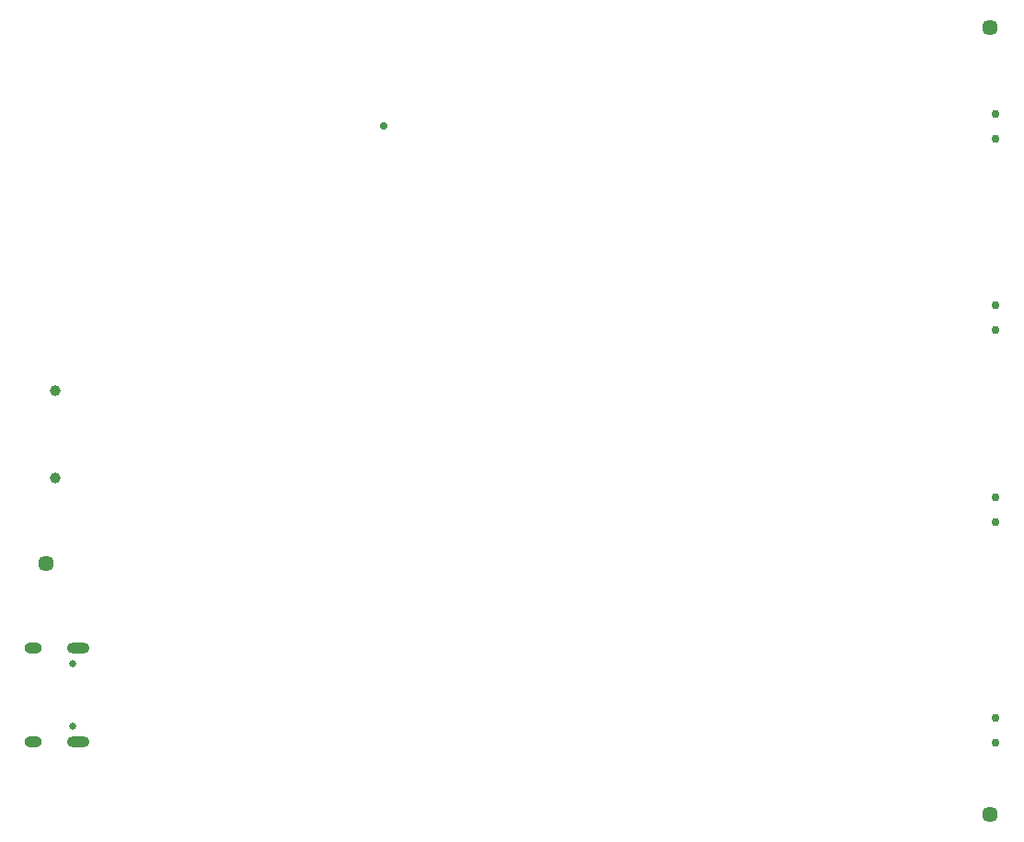
<source format=gts>
G04 #@! TF.GenerationSoftware,KiCad,Pcbnew,(6.0.2)*
G04 #@! TF.CreationDate,2022-07-18T21:19:01-05:00*
G04 #@! TF.ProjectId,paperd_ink_rev4,70617065-7264-45f6-996e-6b5f72657634,rev?*
G04 #@! TF.SameCoordinates,Original*
G04 #@! TF.FileFunction,Soldermask,Top*
G04 #@! TF.FilePolarity,Negative*
%FSLAX46Y46*%
G04 Gerber Fmt 4.6, Leading zero omitted, Abs format (unit mm)*
G04 Created by KiCad (PCBNEW (6.0.2)) date 2022-07-18 21:19:01*
%MOMM*%
%LPD*%
G01*
G04 APERTURE LIST*
%ADD10C,1.000000*%
%ADD11C,0.650000*%
%ADD12O,1.600000X1.000000*%
%ADD13O,2.100000X1.000000*%
%ADD14C,0.700000*%
%ADD15C,1.448000*%
%ADD16C,0.750000*%
G04 APERTURE END LIST*
D10*
X105960000Y-97800000D03*
X105960000Y-105800000D03*
D11*
X107560000Y-128670000D03*
X107560000Y-122890000D03*
D12*
X103910000Y-130100000D03*
D13*
X108090000Y-121460000D03*
D12*
X103910000Y-121460000D03*
D13*
X108090000Y-130100000D03*
D14*
X136150000Y-73390000D03*
D15*
X105060000Y-113730000D03*
X191960000Y-64330000D03*
X191960000Y-136780000D03*
D16*
X192510000Y-107600000D03*
X192510000Y-109900000D03*
X192510000Y-127920000D03*
X192510000Y-130220000D03*
X192510000Y-72270000D03*
X192510000Y-74570000D03*
X192510000Y-92235000D03*
X192510000Y-89935000D03*
M02*

</source>
